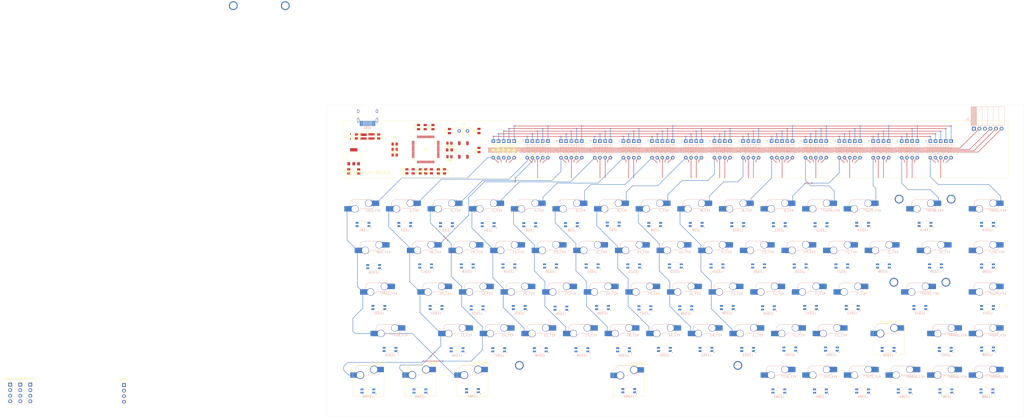
<source format=kicad_pcb>
(kicad_pcb
	(version 20241229)
	(generator "pcbnew")
	(generator_version "9.0")
	(general
		(thickness 1.6)
		(legacy_teardrops no)
	)
	(paper "A3")
	(layers
		(0 "F.Cu" signal)
		(4 "In1.Cu" signal)
		(6 "In2.Cu" signal)
		(2 "B.Cu" signal)
		(9 "F.Adhes" user "F.Adhesive")
		(11 "B.Adhes" user "B.Adhesive")
		(13 "F.Paste" user)
		(15 "B.Paste" user)
		(5 "F.SilkS" user "F.Silkscreen")
		(7 "B.SilkS" user "B.Silkscreen")
		(1 "F.Mask" user)
		(3 "B.Mask" user)
		(17 "Dwgs.User" user "User.Drawings")
		(19 "Cmts.User" user "User.Comments")
		(21 "Eco1.User" user "User.Eco1")
		(23 "Eco2.User" user "User.Eco2")
		(25 "Edge.Cuts" user)
		(27 "Margin" user)
		(31 "F.CrtYd" user "F.Courtyard")
		(29 "B.CrtYd" user "B.Courtyard")
		(35 "F.Fab" user)
		(33 "B.Fab" user)
		(39 "User.1" user)
		(41 "User.2" user)
		(43 "User.3" user)
		(45 "User.4" user)
		(47 "User.5" user)
		(49 "User.6" user)
		(51 "User.7" user)
		(53 "User.8" user)
		(55 "User.9" user)
	)
	(setup
		(stackup
			(layer "F.SilkS"
				(type "Top Silk Screen")
			)
			(layer "F.Paste"
				(type "Top Solder Paste")
			)
			(layer "F.Mask"
				(type "Top Solder Mask")
				(thickness 0.01)
			)
			(layer "F.Cu"
				(type "copper")
				(thickness 0.035)
			)
			(layer "dielectric 1"
				(type "prepreg")
				(thickness 0.1)
				(material "FR4")
				(epsilon_r 4.5)
				(loss_tangent 0.02)
			)
			(layer "In1.Cu"
				(type "copper")
				(thickness 0.035)
			)
			(layer "dielectric 2"
				(type "core")
				(thickness 1.24)
				(material "FR4")
				(epsilon_r 4.5)
				(loss_tangent 0.02)
			)
			(layer "In2.Cu"
				(type "copper")
				(thickness 0.035)
			)
			(layer "dielectric 3"
				(type "prepreg")
				(thickness 0.1)
				(material "FR4")
				(epsilon_r 4.5)
				(loss_tangent 0.02)
			)
			(layer "B.Cu"
				(type "copper")
				(thickness 0.035)
			)
			(layer "B.Mask"
				(type "Bottom Solder Mask")
				(thickness 0.01)
			)
			(layer "B.Paste"
				(type "Bottom Solder Paste")
			)
			(layer "B.SilkS"
				(type "Bottom Silk Screen")
			)
			(copper_finish "HAL lead-free")
			(dielectric_constraints no)
		)
		(pad_to_mask_clearance 0)
		(allow_soldermask_bridges_in_footprints no)
		(tenting front back)
		(grid_origin 44.85125 47.625)
		(pcbplotparams
			(layerselection 0x00000000_00000000_55555555_5755f5ff)
			(plot_on_all_layers_selection 0x00000000_00000000_00000000_00000000)
			(disableapertmacros no)
			(usegerberextensions no)
			(usegerberattributes yes)
			(usegerberadvancedattributes yes)
			(creategerberjobfile yes)
			(dashed_line_dash_ratio 12.000000)
			(dashed_line_gap_ratio 3.000000)
			(svgprecision 4)
			(plotframeref no)
			(mode 1)
			(useauxorigin no)
			(hpglpennumber 1)
			(hpglpenspeed 20)
			(hpglpendiameter 15.000000)
			(pdf_front_fp_property_popups yes)
			(pdf_back_fp_property_popups yes)
			(pdf_metadata yes)
			(pdf_single_document no)
			(dxfpolygonmode yes)
			(dxfimperialunits yes)
			(dxfusepcbnewfont yes)
			(psnegative no)
			(psa4output no)
			(plot_black_and_white yes)
			(sketchpadsonfab no)
			(plotpadnumbers no)
			(hidednponfab no)
			(sketchdnponfab yes)
			(crossoutdnponfab yes)
			(subtractmaskfromsilk no)
			(outputformat 1)
			(mirror no)
			(drillshape 1)
			(scaleselection 1)
			(outputdirectory "")
		)
	)
	(net 0 "")
	(net 1 "GND")
	(net 2 "+3.3V")
	(net 3 "+5V")
	(net 4 "Net-(D3-A)")
	(net 5 "Net-(D4-A)")
	(net 6 "Net-(D5-A)")
	(net 7 "Net-(D6-A)")
	(net 8 "Net-(D7-A)")
	(net 9 "Net-(D8-A)")
	(net 10 "Net-(D9-A)")
	(net 11 "Net-(D10-A)")
	(net 12 "Net-(D11-A)")
	(net 13 "Net-(D12-A)")
	(net 14 "Net-(D13-A)")
	(net 15 "Net-(D14-A)")
	(net 16 "Net-(D15-A)")
	(net 17 "Net-(D16-A)")
	(net 18 "Net-(D17-A)")
	(net 19 "Net-(D18-A)")
	(net 20 "Net-(D19-A)")
	(net 21 "Net-(D20-A)")
	(net 22 "Net-(D21-A)")
	(net 23 "Net-(D22-A)")
	(net 24 "Net-(D23-A)")
	(net 25 "Net-(D29-A)")
	(net 26 "Net-(D30-A)")
	(net 27 "Net-(D31-A)")
	(net 28 "Net-(D32-A)")
	(net 29 "Net-(D33-A)")
	(net 30 "Net-(D24-A)")
	(net 31 "Net-(D25-A)")
	(net 32 "Net-(D26-A)")
	(net 33 "Net-(D27-A)")
	(net 34 "Net-(D28-A)")
	(net 35 "Net-(D34-A)")
	(net 36 "/COL2")
	(net 37 "/COL3")
	(net 38 "/COL4")
	(net 39 "/COL5")
	(net 40 "/COL1")
	(net 41 "Net-(LED1-DOUT)")
	(net 42 "unconnected-(LED1-VDD-Pad1)")
	(net 43 "Net-(U1-OSCIN)")
	(net 44 "Net-(U1-OSCOUT)")
	(net 45 "Net-(U1-VCAP)")
	(net 46 "/NRST")
	(net 47 "/D+")
	(net 48 "/D-")
	(net 49 "/ROW1")
	(net 50 "/ROW2")
	(net 51 "/ROW3")
	(net 52 "/ROW4")
	(net 53 "/ROW5")
	(net 54 "Net-(D35-A)")
	(net 55 "unconnected-(LED1-VSS-Pad4)")
	(net 56 "/UART_TX_EAST")
	(net 57 "/UART_RX_EAST")
	(net 58 "Net-(U1-VDDA)")
	(net 59 "/RGB_DATAIN")
	(net 60 "Net-(D36-A)")
	(net 61 "Net-(D37-A)")
	(net 62 "Net-(D38-A)")
	(net 63 "Net-(D39-A)")
	(net 64 "Net-(D40-A)")
	(net 65 "Net-(D41-A)")
	(net 66 "Net-(D42-A)")
	(net 67 "Net-(D43-A)")
	(net 68 "Net-(D44-A)")
	(net 69 "Net-(D45-A)")
	(net 70 "Net-(D46-A)")
	(net 71 "Net-(D47-A)")
	(net 72 "Net-(D48-A)")
	(net 73 "Net-(D50-A)")
	(net 74 "Net-(D51-A)")
	(net 75 "Net-(D52-A)")
	(net 76 "Net-(D53-A)")
	(net 77 "Net-(D54-A)")
	(net 78 "Net-(D55-A)")
	(net 79 "Net-(D56-A)")
	(net 80 "Net-(D57-A)")
	(net 81 "Net-(D58-A)")
	(net 82 "/UART_TX_NORTH")
	(net 83 "/UART_RX_NORTH")
	(net 84 "Net-(USB1-CC2)")
	(net 85 "Net-(USB1-CC1)")
	(net 86 "Net-(U1-PA11)")
	(net 87 "Net-(U1-PA12)")
	(net 88 "Net-(U1-BOOT)")
	(net 89 "/JTCLK")
	(net 90 "Net-(J1-Pin_2)")
	(net 91 "/JTMS")
	(net 92 "Net-(J1-Pin_4)")
	(net 93 "Net-(J1-Pin_5)")
	(net 94 "Net-(J1-Pin_6)")
	(net 95 "/SWO")
	(net 96 "/UART_TX_SOUTH")
	(net 97 "/UART_RX_SOUTH")
	(net 98 "unconnected-(U1-PB12-Pad33)")
	(net 99 "AGND")
	(net 100 "Net-(D59-A)")
	(net 101 "/UART_TX_WEST")
	(net 102 "unconnected-(U1-PC14-Pad3)")
	(net 103 "unconnected-(U1-PC15-Pad4)")
	(net 104 "Net-(D60-A)")
	(net 105 "Net-(D61-A)")
	(net 106 "Net-(D62-A)")
	(net 107 "unconnected-(U1-PC1-Pad9)")
	(net 108 "unconnected-(U1-PC3-Pad11)")
	(net 109 "Net-(D64-A)")
	(net 110 "unconnected-(U1-PC2-Pad10)")
	(net 111 "Net-(D65-A)")
	(net 112 "Net-(D68-A)")
	(net 113 "/UART_RX_WEST")
	(net 114 "Net-(D71-A)")
	(net 115 "Net-(D72-A)")
	(net 116 "Net-(D73-A)")
	(net 117 "unconnected-(U1-PC0-Pad8)")
	(net 118 "unconnected-(U1-PC13-Pad2)")
	(net 119 "Net-(D2-A)")
	(net 120 "unconnected-(USB1-SBU2-Pad3)")
	(net 121 "unconnected-(USB1-SBU1-Pad9)")
	(net 122 "unconnected-(U1-PB8-Pad61)")
	(net 123 "unconnected-(U1-PB9-Pad62)")
	(net 124 "Net-(D74-A)")
	(net 125 "Net-(D75-A)")
	(net 126 "Net-(D76-A)")
	(net 127 "/COL12")
	(net 128 "/COL9")
	(net 129 "/COL10")
	(net 130 "/COL11")
	(net 131 "/COL6")
	(net 132 "/COL7")
	(net 133 "/COL8")
	(net 134 "/COL14")
	(net 135 "/COL13")
	(net 136 "/COL15")
	(net 137 "unconnected-(U1-PC4-Pad24)")
	(net 138 "unconnected-(LED1-DIN-Pad3)")
	(net 139 "Net-(LED2-DOUT)")
	(net 140 "unconnected-(LED2-VSS-Pad4)")
	(net 141 "unconnected-(LED2-VDD-Pad1)")
	(net 142 "unconnected-(LED3-VSS-Pad4)")
	(net 143 "unconnected-(LED3-VDD-Pad1)")
	(net 144 "Net-(LED3-DOUT)")
	(net 145 "unconnected-(LED4-VDD-Pad1)")
	(net 146 "unconnected-(LED4-VSS-Pad4)")
	(net 147 "Net-(LED4-DOUT)")
	(net 148 "unconnected-(LED5-VDD-Pad1)")
	(net 149 "Net-(LED5-DOUT)")
	(net 150 "unconnected-(LED5-VSS-Pad4)")
	(net 151 "unconnected-(LED6-VDD-Pad1)")
	(net 152 "unconnected-(LED6-VSS-Pad4)")
	(net 153 "Net-(LED6-DOUT)")
	(net 154 "unconnected-(LED7-VDD-Pad1)")
	(net 155 "unconnected-(LED7-VSS-Pad4)")
	(net 156 "Net-(LED7-DOUT)")
	(net 157 "Net-(LED8-DOUT)")
	(net 158 "unconnected-(LED8-VDD-Pad1)")
	(net 159 "unconnected-(LED8-VSS-Pad4)")
	(net 160 "Net-(LED10-DIN)")
	(net 161 "unconnected-(LED9-VDD-Pad1)")
	(net 162 "unconnected-(LED9-VSS-Pad4)")
	(net 163 "Net-(LED10-DOUT)")
	(net 164 "unconnected-(LED10-VDD-Pad1)")
	(net 165 "unconnected-(LED10-VSS-Pad4)")
	(net 166 "Net-(LED11-DOUT)")
	(net 167 "unconnected-(LED11-VDD-Pad1)")
	(net 168 "unconnected-(LED11-VSS-Pad4)")
	(net 169 "unconnected-(LED12-VDD-Pad1)")
	(net 170 "unconnected-(LED12-VSS-Pad4)")
	(net 171 "Net-(LED12-DOUT)")
	(net 172 "Net-(LED13-DOUT)")
	(net 173 "unconnected-(LED13-VSS-Pad4)")
	(net 174 "unconnected-(LED13-VDD-Pad1)")
	(net 175 "unconnected-(LED14-VDD-Pad1)")
	(net 176 "Net-(LED14-DOUT)")
	(net 177 "unconnected-(LED14-VSS-Pad4)")
	(net 178 "unconnected-(LED15-VSS-Pad4)")
	(net 179 "Net-(LED15-DOUT)")
	(net 180 "unconnected-(LED15-VDD-Pad1)")
	(net 181 "Net-(LED16-DOUT)")
	(net 182 "unconnected-(LED16-VDD-Pad1)")
	(net 183 "unconnected-(LED16-VSS-Pad4)")
	(net 184 "unconnected-(LED17-VDD-Pad1)")
	(net 185 "unconnected-(LED17-VSS-Pad4)")
	(net 186 "Net-(LED17-DOUT)")
	(net 187 "unconnected-(LED18-VDD-Pad1)")
	(net 188 "unconnected-(LED18-VSS-Pad4)")
	(net 189 "Net-(LED18-DOUT)")
	(net 190 "Net-(LED19-DOUT)")
	(net 191 "unconnected-(LED19-VDD-Pad1)")
	(net 192 "unconnected-(LED19-VSS-Pad4)")
	(net 193 "unconnected-(LED20-VSS-Pad4)")
	(net 194 "unconnected-(LED20-VDD-Pad1)")
	(net 195 "Net-(LED20-DOUT)")
	(net 196 "unconnected-(LED21-VSS-Pad4)")
	(net 197 "unconnected-(LED21-VDD-Pad1)")
	(net 198 "Net-(LED21-DOUT)")
	(net 199 "unconnected-(LED22-VSS-Pad4)")
	(net 200 "Net-(LED22-DOUT)")
	(net 201 "unconnected-(LED22-VDD-Pad1)")
	(net 202 "Net-(LED23-DOUT)")
	(net 203 "unconnected-(LED23-VDD-Pad1)")
	(net 204 "unconnected-(LED23-VSS-Pad4)")
	(net 205 "unconnected-(LED24-VDD-Pad1)")
	(net 206 "Net-(LED24-DOUT)")
	(net 207 "unconnected-(LED24-VSS-Pad4)")
	(net 208 "unconnected-(LED25-VSS-Pad4)")
	(net 209 "unconnected-(LED25-VDD-Pad1)")
	(net 210 "Net-(LED25-DOUT)")
	(net 211 "Net-(LED26-DOUT)")
	(net 212 "unconnected-(LED26-VSS-Pad4)")
	(net 213 "unconnected-(LED26-VDD-Pad1)")
	(net 214 "unconnected-(LED27-VSS-Pad4)")
	(net 215 "unconnected-(LED27-VDD-Pad1)")
	(net 216 "Net-(LED27-DOUT)")
	(net 217 "unconnected-(LED28-VSS-Pad4)")
	(net 218 "unconnected-(LED28-VDD-Pad1)")
	(net 219 "Net-(LED28-DOUT)")
	(net 220 "unconnected-(LED29-VDD-Pad1)")
	(net 221 "Net-(LED29-DOUT)")
	(net 222 "unconnected-(LED29-VSS-Pad4)")
	(net 223 "Net-(LED30-DOUT)")
	(net 224 "unconnected-(LED30-VSS-Pad4)")
	(net 225 "unconnected-(LED30-VDD-Pad1)")
	(net 226 "Net-(LED31-DOUT)")
	(net 227 "unconnected-(LED31-VSS-Pad4)")
	(net 228 "unconnected-(LED31-VDD-Pad1)")
	(net 229 "unconnected-(LED32-VSS-Pad4)")
	(net 230 "unconnected-(LED32-VDD-Pad1)")
	(net 231 "Net-(LED32-DOUT)")
	(net 232 "unconnected-(LED33-VSS-Pad4)")
	(net 233 "unconnected-(LED33-VDD-Pad1)")
	(net 234 "Net-(LED33-DOUT)")
	(net 235 "unconnected-(LED34-VDD-Pad1)")
	(net 236 "Net-(LED34-DOUT)")
	(net 237 "unconnected-(LED34-VSS-Pad4)")
	(net 238 "unconnected-(LED35-VSS-Pad4)")
	(net 239 "Net-(LED35-DOUT)")
	(net 240 "unconnected-(LED35-VDD-Pad1)")
	(net 241 "Net-(LED36-DOUT)")
	(net 242 "unconnected-(LED36-VDD-Pad1)")
	(net 243 "unconnected-(LED36-VSS-Pad4)")
	(net 244 "unconnected-(LED37-VSS-Pad4)")
	(net 245 "unconnected-(LED37-VDD-Pad1)")
	(net 246 "Net-(LED37-DOUT)")
	(net 247 "unconnected-(LED38-VSS-Pad4)")
	(net 248 "unconnected-(LED38-VDD-Pad1)")
	(net 249 "Net-(LED38-DOUT)")
	(net 250 "unconnected-(LED39-VDD-Pad1)")
	(net 251 "Net-(LED39-DOUT)")
	(net 252 "unconnected-(LED39-VSS-Pad4)")
	(net 253 "Net-(LED40-DOUT)")
	(net 254 "unconnected-(LED40-VSS-Pad4)")
	(net 255 "unconnected-(LED40-VDD-Pad1)")
	(net 256 "unconnected-(LED41-VSS-Pad4)")
	(net 257 "Net-(LED41-DOUT)")
	(net 258 "unconnected-(LED41-VDD-Pad1)")
	(net 259 "unconnected-(LED42-VDD-Pad1)")
	(net 260 "unconnected-(LED42-VSS-Pad4)")
	(net 261 "Net-(LED42-DOUT)")
	(net 262 "unconnected-(LED43-VSS-Pad4)")
	(net 263 "unconnected-(LED43-VDD-Pad1)")
	(net 264 "Net-(LED43-DOUT)")
	(net 265 "Net-(LED44-DOUT)")
	(net 266 "unconnected-(LED44-VSS-Pad4)")
	(net 267 "unconnected-(LED44-VDD-Pad1)")
	(net 268 "Net-(LED45-DOUT)")
	(net 269 "unconnected-(LED45-VSS-Pad4)")
	(net 270 "unconnected-(LED45-VDD-Pad1)")
	(net 271 "Net-(LED46-DOUT)")
	(net 272 "unconnected-(LED46-VDD-Pad1)")
	(net 273 "unconnected-(LED46-VSS-Pad4)")
	(net 274 "Net-(LED47-DOUT)")
	(net 275 "unconnected-(LED47-VSS-Pad4)")
	(net 276 "unconnected-(LED47-VDD-Pad1)")
	(net 277 "unconnected-(LED48-VDD-Pad1)")
	(net 278 "unconnected-(LED48-VSS-Pad4)")
	(net 279 "Net-(LED48-DOUT)")
	(net 280 "unconnected-(LED49-VDD-Pad1)")
	(net 281 "unconnected-(LED49-VSS-Pad4)")
	(net 282 "Net-(LED49-DOUT)")
	(net 283 "Net-(LED50-DOUT)")
	(net 284 "unconnected-(LED50-VDD-Pad1)")
	(net 285 "unconnected-(LED50-VSS-Pad4)")
	(net 286 "unconnected-(LED51-VDD-Pad1)")
	(net 287 "unconnected-(LED51-VSS-Pad4)")
	(net 288 "Net-(LED51-DOUT)")
	(net 289 "unconnected-(LED52-VDD-Pad1)")
	(net 290 "Net-(LED52-DOUT)")
	(net 291 "unconnected-(LED52-VSS-Pad4)")
	(net 292 "unconnected-(LED53-VDD-Pad1)")
	(net 293 "unconnected-(LED53-VSS-Pad4)")
	(net 294 "Net-(LED53-DOUT)")
	(net 295 "Net-(LED54-DOUT)")
	(net 296 "unconnected-(LED54-VDD-Pad1)")
	(net 297 "unconnected-(LED54-VSS-Pad4)")
	(net 298 "unconnected-(LED55-VDD-Pad1)")
	(net 299 "unconnected-(LED55-VSS-Pad4)")
	(net 300 "Net-(LED55-DOUT)")
	(net 301 "unconnected-(LED56-VDD-Pad1)")
	(net 302 "Net-(LED56-DOUT)")
	(net 303 "unconnected-(LED56-VSS-Pad4)")
	(net 304 "unconnected-(LED57-VDD-Pad1)")
	(net 305 "Net-(LED57-DOUT)")
	(net 306 "unconnected-(LED57-VSS-Pad4)")
	(net 307 "Net-(LED58-DOUT)")
	(net 308 "unconnected-(LED58-VDD-Pad1)")
	(net 309 "unconnected-(LED58-VSS-Pad4)")
	(net 310 "unconnected-(LED59-VDD-Pad1)")
	(net 311 "Net-(LED59-DOUT)")
	(net 312 "unconnected-(LED59-VSS-Pad4)")
	(net 313 "Net-(LED60-DOUT)")
	(net 314 "unconnected-(LED60-VDD-Pad1)")
	(net 315 "unconnected-(LED60-VSS-Pad4)")
	(net 316 "Net-(LED61-DOUT)")
	(net 317 "unconnected-(LED61-VSS-Pad4)")
	(net 318 "unconnected-(LED61-VDD-Pad1)")
	(net 319 "unconnected-(LED62-VDD-Pad1)")
	(net 320 "unconnected-(LED62-VSS-Pad4)")
	(net 321 "Net-(LED62-DOUT)")
	(net 322 "unconnected-(LED63-VDD-Pad1)")
	(net 323 "unconnected-(LED63-VSS-Pad4)")
	(net 324 "Net-(LED63-DOUT)")
	(net 325 "unconnected-(LED64-VDD-Pad1)")
	(net 326 "unconnected-(LED64-VSS-Pad4)")
	(net 327 "Net-(LED64-DOUT)")
	(net 328 "unconnected-(LED65-VDD-Pad1)")
	(net 329 "Net-(LED65-DOUT)")
	(net 330 "unconnected-(LED65-VSS-Pad4)")
	(net 331 "unconnected-(LED66-VSS-Pad4)")
	(net 332 "Net-(LED66-DOUT)")
	(net 333 "unconnected-(LED66-VDD-Pad1)")
	(net 334 "unconnected-(LED67-VSS-Pad4)")
	(net 335 "unconnected-(LED67-VDD-Pad1)")
	(net 336 "Net-(LED67-DOUT)")
	(net 337 "unconnected-(LED68-VDD-Pad1)")
	(net 338 "unconnected-(LED68-VSS-Pad4)")
	(net 339 "unconnected-(LED68-DOUT-Pad2)")
	(net 340 "unconnected-(U1-PA6-Pad22)")
	(net 341 "unconnected-(U1-PA4-Pad20)")
	(net 342 "unconnected-(U1-PA7-Pad23)")
	(footprint "PCM_Resistor_SMD_AKL:R_0805_2012Metric" (layer "F.Cu") (at 87.60825 77.925 90))
	(footprint "PCM_Capacitor_SMD_AKL:C_0805_2012Metric" (layer "F.Cu") (at 54.85125 77.95 90))
	(footprint "PCM_marbastlib-mx:STAB_MX_P_2u" (layer "F.Cu") (at 318.695 97.63125))
	(footprint "PCM_Resistor_SMD_AKL:R_0805_2012Metric" (layer "F.Cu") (at 100.95125 65.025 180))
	(footprint "PCM_Diode_THT_AKL:D_DO-35_SOD27_P7.62mm_Horizontal" (layer "F.Cu") (at 123.4325 64.055625 -90))
	(footprint "PCM_Diode_THT_AKL:D_DO-35_SOD27_P7.62mm_Horizontal" (layer "F.Cu") (at 121.05125 64.055625 -90))
	(footprint "PCM_Switch_Keyboard_Hotswap_Kailh:SW_Hotswap_Kailh_MX_Plated_1.25u" (layer "F.Cu") (at 111.52625 173.83125))
	(footprint "PCM_Switch_Keyboard_Hotswap_Kailh:SW_Hotswap_Kailh_MX_Plated_1.25u" (layer "F.Cu") (at 182.96375 173.99))
	(footprint "Connector_PinSocket_2.54mm:PinSocket_1x04_P2.54mm_Vertical" (layer "F.Cu") (at -95.500606 175.67325))
	(footprint "PCM_Resistor_SMD_AKL:R_0805_2012Metric" (layer "F.Cu") (at 92.70825 77.925 90))
	(footprint "PCM_Resistor_SMD_AKL:R_0805_2012Metric" (layer "F.Cu") (at 81.47625 77.925 90))
	(footprint "Connector_PinSocket_2.54mm:PinSocket_1x04_P2.54mm_Vertical" (layer "F.Cu") (at -48.0175 175.895))
	(footprint "PCM_marbastlib-mx:STAB_MX_2.25u" (layer "F.Cu") (at 73.42625 154.78125))
	(footprint "PCM_marbastlib-mx:STAB_MX_P_6.25u" (layer "F.Cu") (at 182.96375 173.83125))
	(footprint "PCM_Resistor_SMD_AKL:R_0805_2012Metric" (layer "F.Cu") (at 75.87625 65.425))
	(footprint "PCM_marbastlib-mx:STAB_MX_P_2.25u" (layer "F.Cu") (at 316.31375 135.73125))
	(footprint "PCM_Capacitor_SMD_AKL:C_0805_2012Metric" (layer "F.Cu") (at 93.40125 57.65 90))
	(footprint "PCM_Resistor_SMD_AKL:R_0805_2012Metric" (layer "F.Cu") (at 75.87625 70.425))
	(footprint "PCM_Capacitor_SMD_AKL:C_0805_2012Metric" (layer "F.Cu") (at 100.95125 59.475 90))
	(footprint "PCM_Diode_THT_AKL:D_DO-35_SOD27_P7.62mm_Horizontal" (layer "F.Cu") (at 125.81375 64.055625 -90))
	(footprint "PCM_Capacitor_SMD_AKL:C_0805_2012Metric" (layer "F.Cu") (at 89.85125 57.65 -90))
	(footprint "PCM_Capacitor_SMD_AKL:C_0805_2012Metric" (layer "F.Cu") (at 84.35125 77.925 -90))
	(footprint "PCM_Switch_Keyboard_Hotswap_Kailh:SW_Hotswap_Kailh_MX_Plated_1.25u" (layer "F.Cu") (at 63.90125 173.83125))
	(footprint "PCM_marbastlib-various:SW_SPST_SKQG_WithStem" (layer "F.Cu") (at 107.34125 68.125 90))
	(footprint "PCM_Diode_THT_AKL:D_DO-35_SOD27_P7.62mm_Horizontal" (layer "F.Cu") (at 128.195 64.055625 -90))
	(footprint "PCM_Diode_SMD_AKL:D_SOD-323" (layer "F.Cu") (at 55.65125 61.925 90))
	(footprint "PCM_marbastlib-mx:STAB_MX_P_2u" (layer "F.Cu") (at 13.90625 8.985))
	(footprint "PCM_Switch_Keyboard_Hotswap_Kailh:SW_Hotswap_Kailh_MX_Plated_1.25u"
		(layer "F.Cu")
		(uuid "834c1dd2-efdb-4b79-8f45-a2157810891a")
		(at 87.71375 173.83125)
		(descr "Kailh keyswitch Hotswap Socket plated holes Keycap 1.25u")
		(tags "Kailh Keyboard Keyswitch Switch Hotswap Socket Plated Relief Cutout Keycap 1.25u")
		(property "Reference" "KEY_WIN1"
			(at 4.52 -8 0)
			(layer "F.SilkS")
			(uuid "98d124cb-bc44-4fe7-8d69-387f701bb3fb")
			(effects
				(font
					(size 1 1)
					(thickness 0.15)
				)
			)
		)
		(property "Value" "MX_SW_HS"
			(at 0 8 0)
			(layer "F.Fab")
			(uuid "d2e384e7-e910-4136-b53b-331a600fcbbf")
			(effects
				(font
					(size 1 1)
					(thickness 0.15)
				)
			)
		)
		(property "Datasheet" "~"
			(at 0 0 0)
			(layer "F.Fab")
			(hide yes)
			(uuid "cb5f47b1-f7fb-42f9-b47d-5e291712d106")
			(effects
				(font
					(size 1.27 1.27)
					(thickness 0.15)
				)
			)
		)
		(property "Description" "Push button switch, normally open, two pins, 45° tilted, Kailh CPG151101S11 for Cherry MX style switches"
			(at 0 0 0)
			(layer "F.Fab")
			(hide yes)
			(uuid "8f69c746-3835-47a9-9324-c89eec1544ba")
			(effects
				(font
					(size 1.27 1.27)
					(thickness 0.15)
				)
			)
		)
		(path "/1d905906-6e74-4741-8b2e-53dc470a7c79/845bb780-6e16-47cd-a15e-538adef12cb0")
		(sheetname "/Keymatrix/")
		(
... [2176569 chars truncated]
</source>
